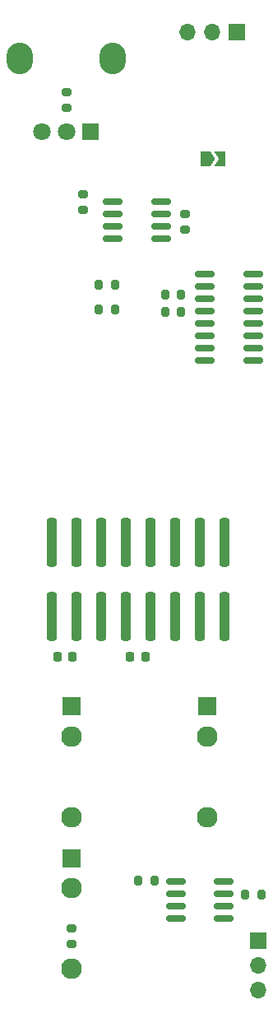
<source format=gbr>
%TF.GenerationSoftware,KiCad,Pcbnew,(7.0.0)*%
%TF.CreationDate,2023-03-26T07:08:48-07:00*%
%TF.ProjectId,electricdruid_vca,656c6563-7472-4696-9364-727569645f76,rev?*%
%TF.SameCoordinates,Original*%
%TF.FileFunction,Soldermask,Top*%
%TF.FilePolarity,Negative*%
%FSLAX46Y46*%
G04 Gerber Fmt 4.6, Leading zero omitted, Abs format (unit mm)*
G04 Created by KiCad (PCBNEW (7.0.0)) date 2023-03-26 07:08:48*
%MOMM*%
%LPD*%
G01*
G04 APERTURE LIST*
G04 Aperture macros list*
%AMRoundRect*
0 Rectangle with rounded corners*
0 $1 Rounding radius*
0 $2 $3 $4 $5 $6 $7 $8 $9 X,Y pos of 4 corners*
0 Add a 4 corners polygon primitive as box body*
4,1,4,$2,$3,$4,$5,$6,$7,$8,$9,$2,$3,0*
0 Add four circle primitives for the rounded corners*
1,1,$1+$1,$2,$3*
1,1,$1+$1,$4,$5*
1,1,$1+$1,$6,$7*
1,1,$1+$1,$8,$9*
0 Add four rect primitives between the rounded corners*
20,1,$1+$1,$2,$3,$4,$5,0*
20,1,$1+$1,$4,$5,$6,$7,0*
20,1,$1+$1,$6,$7,$8,$9,0*
20,1,$1+$1,$8,$9,$2,$3,0*%
%AMFreePoly0*
4,1,6,1.000000,0.000000,0.500000,-0.750000,-0.500000,-0.750000,-0.500000,0.750000,0.500000,0.750000,1.000000,0.000000,1.000000,0.000000,$1*%
%AMFreePoly1*
4,1,6,0.500000,-0.750000,-0.650000,-0.750000,-0.150000,0.000000,-0.650000,0.750000,0.500000,0.750000,0.500000,-0.750000,0.500000,-0.750000,$1*%
G04 Aperture macros list end*
%ADD10RoundRect,0.200000X-0.275000X0.200000X-0.275000X-0.200000X0.275000X-0.200000X0.275000X0.200000X0*%
%ADD11RoundRect,0.200000X0.200000X0.275000X-0.200000X0.275000X-0.200000X-0.275000X0.200000X-0.275000X0*%
%ADD12FreePoly0,0.000000*%
%ADD13FreePoly1,0.000000*%
%ADD14RoundRect,0.200000X-0.200000X-0.275000X0.200000X-0.275000X0.200000X0.275000X-0.200000X0.275000X0*%
%ADD15RoundRect,0.150000X-0.850000X-0.150000X0.850000X-0.150000X0.850000X0.150000X-0.850000X0.150000X0*%
%ADD16RoundRect,0.225000X0.225000X0.250000X-0.225000X0.250000X-0.225000X-0.250000X0.225000X-0.250000X0*%
%ADD17RoundRect,0.255000X0.255000X-2.245000X0.255000X2.245000X-0.255000X2.245000X-0.255000X-2.245000X0*%
%ADD18RoundRect,0.150000X-0.825000X-0.150000X0.825000X-0.150000X0.825000X0.150000X-0.825000X0.150000X0*%
%ADD19RoundRect,0.200000X0.275000X-0.200000X0.275000X0.200000X-0.275000X0.200000X-0.275000X-0.200000X0*%
%ADD20R,1.700000X1.700000*%
%ADD21O,1.700000X1.700000*%
%ADD22R,1.930000X1.830000*%
%ADD23C,2.130000*%
%ADD24O,2.720000X3.240000*%
%ADD25R,1.800000X1.800000*%
%ADD26C,1.800000*%
G04 APERTURE END LIST*
D10*
%TO.C,R12*%
X28500000Y-129425000D03*
X28500000Y-131075000D03*
%TD*%
D11*
%TO.C,R9*%
X33000000Y-63240000D03*
X31350000Y-63240000D03*
%TD*%
D12*
%TO.C,JP1*%
X42375000Y-50250000D03*
D13*
X43825000Y-50250000D03*
%TD*%
D14*
%TO.C,R2*%
X38175000Y-64250000D03*
X39825000Y-64250000D03*
%TD*%
D15*
%TO.C,U4*%
X42250000Y-62110000D03*
X42250000Y-63380000D03*
X42250000Y-64650000D03*
X42250000Y-65920000D03*
X42250000Y-67190000D03*
X42250000Y-68460000D03*
X42250000Y-69730000D03*
X42250000Y-71000000D03*
X47250000Y-71000000D03*
X47250000Y-69730000D03*
X47250000Y-68460000D03*
X47250000Y-67190000D03*
X47250000Y-65920000D03*
X47250000Y-64650000D03*
X47250000Y-63380000D03*
X47250000Y-62110000D03*
%TD*%
D16*
%TO.C,C3*%
X28635000Y-101550000D03*
X27085000Y-101550000D03*
%TD*%
D17*
%TO.C,J1*%
X26470000Y-97350000D03*
X26470000Y-89750000D03*
X29010000Y-97350000D03*
X29010000Y-89750000D03*
X31550000Y-97350000D03*
X31550000Y-89750000D03*
X34090000Y-97350000D03*
X34090000Y-89750000D03*
X36630000Y-97350000D03*
X36630000Y-89750000D03*
X39170000Y-97350000D03*
X39170000Y-89750000D03*
X41710000Y-97350000D03*
X41710000Y-89750000D03*
X44250000Y-97350000D03*
X44250000Y-89750000D03*
%TD*%
D16*
%TO.C,C2*%
X36135000Y-101550000D03*
X34585000Y-101550000D03*
%TD*%
D18*
%TO.C,U3*%
X39275000Y-124595000D03*
X39275000Y-125865000D03*
X39275000Y-127135000D03*
X39275000Y-128405000D03*
X44225000Y-128405000D03*
X44225000Y-127135000D03*
X44225000Y-125865000D03*
X44225000Y-124595000D03*
%TD*%
D19*
%TO.C,R11*%
X40250000Y-57575000D03*
X40250000Y-55925000D03*
%TD*%
D20*
%TO.C,J2*%
X45579999Y-37249999D03*
D21*
X43039999Y-37249999D03*
X40499999Y-37249999D03*
%TD*%
D20*
%TO.C,J3*%
X47749999Y-130749999D03*
D21*
X47749999Y-133289999D03*
X47749999Y-135829999D03*
%TD*%
D10*
%TO.C,R1*%
X29750000Y-53925000D03*
X29750000Y-55575000D03*
%TD*%
D18*
%TO.C,U1*%
X32775000Y-54670000D03*
X32775000Y-55940000D03*
X32775000Y-57210000D03*
X32775000Y-58480000D03*
X37725000Y-58480000D03*
X37725000Y-57210000D03*
X37725000Y-55940000D03*
X37725000Y-54670000D03*
%TD*%
D14*
%TO.C,R10*%
X31350000Y-65750000D03*
X33000000Y-65750000D03*
%TD*%
D19*
%TO.C,R5*%
X28000000Y-45075000D03*
X28000000Y-43425000D03*
%TD*%
D14*
%TO.C,R8*%
X46425000Y-126000000D03*
X48075000Y-126000000D03*
%TD*%
D11*
%TO.C,R6*%
X37075000Y-124500000D03*
X35425000Y-124500000D03*
%TD*%
D14*
%TO.C,R7*%
X38175000Y-66000000D03*
X39825000Y-66000000D03*
%TD*%
D22*
%TO.C,JOUT1*%
X28499999Y-122219999D03*
D23*
X28500000Y-133620000D03*
X28500000Y-125320000D03*
%TD*%
D22*
%TO.C,JSIG1*%
X42499999Y-106599999D03*
D23*
X42500000Y-118000000D03*
X42500000Y-109700000D03*
%TD*%
D22*
%TO.C,JENV1*%
X28499999Y-106599999D03*
D23*
X28500000Y-118000000D03*
X28500000Y-109700000D03*
%TD*%
D24*
%TO.C,RVBIAS1*%
X23199999Y-39974999D03*
X32799999Y-39974999D03*
D25*
X30499999Y-47474999D03*
D26*
X28000000Y-47475000D03*
X25500000Y-47475000D03*
%TD*%
M02*

</source>
